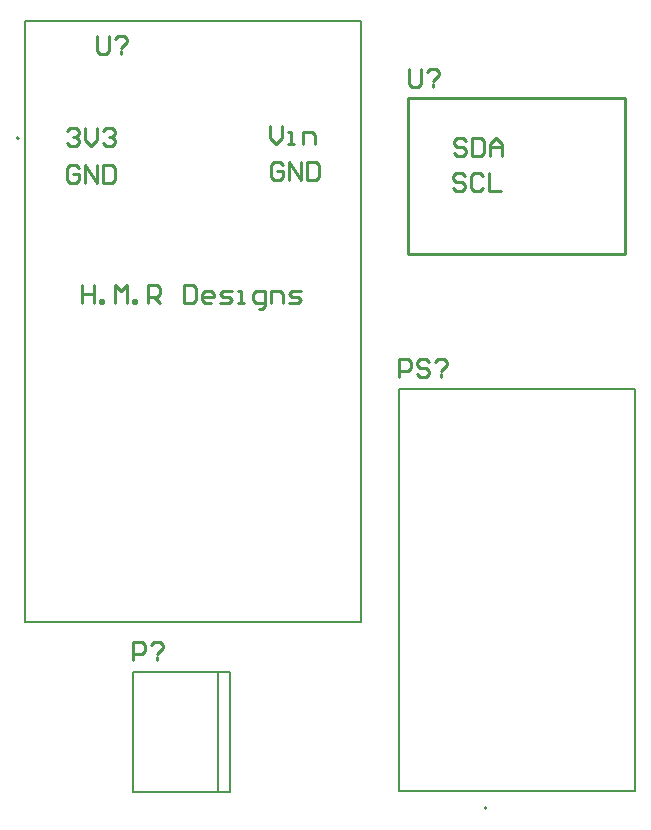
<source format=gbr>
%TF.GenerationSoftware,Altium Limited,Altium Designer,22.1.2 (22)*%
G04 Layer_Color=65535*
%FSLAX26Y26*%
%MOIN*%
%TF.SameCoordinates,3D441875-7E2E-40EE-9B33-20ED1D9A15A1*%
%TF.FilePolarity,Positive*%
%TF.FileFunction,Legend,Top*%
%TF.Part,Single*%
G01*
G75*
%TA.AperFunction,NonConductor*%
%ADD34C,0.007874*%
%ADD35C,0.005000*%
%ADD36C,0.010000*%
D34*
X1159291Y3405827D02*
G03*
X1159291Y3405827I-3937J0D01*
G01*
X2717638Y1173614D02*
G03*
X2717638Y1173614I-3937J0D01*
G01*
D35*
X2085669Y1792047D02*
X2300236D01*
X1389213D02*
X2085669D01*
X1177795D02*
X1389213D01*
X2300236D02*
Y3797953D01*
X1177795Y1792047D02*
Y3797953D01*
X1877795D02*
X2300236D01*
X1613583D02*
X1877795D01*
X1177795D02*
X1613583D01*
X1177795Y1792047D02*
Y3797953D01*
X2300236D01*
X1177795Y1792047D02*
X2300236D01*
Y3797953D01*
X3213701Y1230709D02*
Y2569291D01*
X2426299D02*
X3213701D01*
X2426299Y1230709D02*
Y2569291D01*
Y1230709D02*
X3213701D01*
X1538583Y1225000D02*
Y1625000D01*
X1822047D01*
X1861417D01*
Y1225000D02*
Y1625000D01*
X1822047Y1225000D02*
X1861417D01*
X1538583D02*
X1822047D01*
Y1625000D01*
D36*
X2455000Y3540000D02*
X3180000D01*
X2455000Y3020000D02*
Y3540000D01*
Y3020000D02*
X3180000D01*
Y3540000D01*
X1320000Y3429984D02*
X1329997Y3439981D01*
X1349990D01*
X1359987Y3429984D01*
Y3419987D01*
X1349990Y3409990D01*
X1339994D01*
X1349990D01*
X1359987Y3399994D01*
Y3389997D01*
X1349990Y3380000D01*
X1329997D01*
X1320000Y3389997D01*
X1379981Y3439981D02*
Y3399994D01*
X1399974Y3380000D01*
X1419968Y3399994D01*
Y3439981D01*
X1439961Y3429984D02*
X1449958Y3439981D01*
X1469951D01*
X1479948Y3429984D01*
Y3419987D01*
X1469951Y3409990D01*
X1459955D01*
X1469951D01*
X1479948Y3399994D01*
Y3389997D01*
X1469951Y3380000D01*
X1449958D01*
X1439961Y3389997D01*
X1370000Y2914974D02*
Y2854994D01*
Y2884984D01*
X1409987D01*
Y2914974D01*
Y2854994D01*
X1429981D02*
Y2864990D01*
X1439977D01*
Y2854994D01*
X1429981D01*
X1479964D02*
Y2914974D01*
X1499958Y2894981D01*
X1519951Y2914974D01*
Y2854994D01*
X1539945D02*
Y2864990D01*
X1549942D01*
Y2854994D01*
X1539945D01*
X1589929D02*
Y2914974D01*
X1619919D01*
X1629916Y2904977D01*
Y2884984D01*
X1619919Y2874987D01*
X1589929D01*
X1609922D02*
X1629916Y2854994D01*
X1709890Y2914974D02*
Y2854994D01*
X1739880D01*
X1749877Y2864990D01*
Y2904977D01*
X1739880Y2914974D01*
X1709890D01*
X1799861Y2854994D02*
X1779867D01*
X1769871Y2864990D01*
Y2884984D01*
X1779867Y2894981D01*
X1799861D01*
X1809858Y2884984D01*
Y2874987D01*
X1769871D01*
X1829851Y2854994D02*
X1859841D01*
X1869838Y2864990D01*
X1859841Y2874987D01*
X1839848D01*
X1829851Y2884984D01*
X1839848Y2894981D01*
X1869838D01*
X1889832Y2854994D02*
X1909825D01*
X1899829D01*
Y2894981D01*
X1889832D01*
X1959809Y2835000D02*
X1969806D01*
X1979803Y2844997D01*
Y2894981D01*
X1949812D01*
X1939816Y2884984D01*
Y2864990D01*
X1949812Y2854994D01*
X1979803D01*
X1999796D02*
Y2894981D01*
X2029786D01*
X2039783Y2884984D01*
Y2854994D01*
X2059777D02*
X2089767D01*
X2099764Y2864990D01*
X2089767Y2874987D01*
X2069774D01*
X2059777Y2884984D01*
X2069774Y2894981D01*
X2099764D01*
X2649987Y3394984D02*
X2639990Y3404981D01*
X2619997D01*
X2610000Y3394984D01*
Y3384987D01*
X2619997Y3374990D01*
X2639990D01*
X2649987Y3364994D01*
Y3354997D01*
X2639990Y3345000D01*
X2619997D01*
X2610000Y3354997D01*
X2669981Y3404981D02*
Y3345000D01*
X2699971D01*
X2709968Y3354997D01*
Y3394984D01*
X2699971Y3404981D01*
X2669981D01*
X2729961Y3345000D02*
Y3384987D01*
X2749955Y3404981D01*
X2769948Y3384987D01*
Y3345000D01*
Y3374990D01*
X2729961D01*
X2644987Y3279984D02*
X2634990Y3289981D01*
X2614997D01*
X2605000Y3279984D01*
Y3269987D01*
X2614997Y3259990D01*
X2634990D01*
X2644987Y3249994D01*
Y3239997D01*
X2634990Y3230000D01*
X2614997D01*
X2605000Y3239997D01*
X2704968Y3279984D02*
X2694971Y3289981D01*
X2674977D01*
X2664981Y3279984D01*
Y3239997D01*
X2674977Y3230000D01*
X2694971D01*
X2704968Y3239997D01*
X2724961Y3289981D02*
Y3230000D01*
X2764948D01*
X1995000Y3444981D02*
Y3404994D01*
X2014994Y3385000D01*
X2034987Y3404994D01*
Y3444981D01*
X2054981Y3385000D02*
X2074974D01*
X2064977D01*
Y3424987D01*
X2054981D01*
X2104964Y3385000D02*
Y3424987D01*
X2134955D01*
X2144952Y3414990D01*
Y3385000D01*
X2039987Y3314984D02*
X2029990Y3324981D01*
X2009997D01*
X2000000Y3314984D01*
Y3274997D01*
X2009997Y3265000D01*
X2029990D01*
X2039987Y3274997D01*
Y3294990D01*
X2019994D01*
X2059981Y3265000D02*
Y3324981D01*
X2099968Y3265000D01*
Y3324981D01*
X2119961D02*
Y3265000D01*
X2149952D01*
X2159948Y3274997D01*
Y3314984D01*
X2149952Y3324981D01*
X2119961D01*
X1359987Y3304984D02*
X1349990Y3314981D01*
X1329997D01*
X1320000Y3304984D01*
Y3264997D01*
X1329997Y3255000D01*
X1349990D01*
X1359987Y3264997D01*
Y3284990D01*
X1339994D01*
X1379981Y3255000D02*
Y3314981D01*
X1419968Y3255000D01*
Y3314981D01*
X1439961D02*
Y3255000D01*
X1469951D01*
X1479948Y3264997D01*
Y3304984D01*
X1469951Y3314981D01*
X1439961D01*
X2460000Y3634981D02*
Y3584997D01*
X2469997Y3575000D01*
X2489990D01*
X2499987Y3584997D01*
Y3634981D01*
X2519981Y3624984D02*
X2529977Y3634981D01*
X2549971D01*
X2559968Y3624984D01*
Y3614987D01*
X2539974Y3594994D01*
Y3584997D02*
Y3575000D01*
X1420016Y3744990D02*
Y3695006D01*
X1430013Y3685010D01*
X1450006D01*
X1460003Y3695006D01*
Y3744990D01*
X1479997Y3734994D02*
X1489994Y3744990D01*
X1509987D01*
X1519984Y3734994D01*
Y3724997D01*
X1499990Y3705003D01*
Y3695006D02*
Y3685010D01*
X2425000Y2610000D02*
Y2669981D01*
X2454990D01*
X2464987Y2659984D01*
Y2639990D01*
X2454990Y2629994D01*
X2425000D01*
X2524968Y2659984D02*
X2514971Y2669981D01*
X2494977D01*
X2484981Y2659984D01*
Y2649987D01*
X2494977Y2639990D01*
X2514971D01*
X2524968Y2629994D01*
Y2619997D01*
X2514971Y2610000D01*
X2494977D01*
X2484981Y2619997D01*
X2544961Y2659984D02*
X2554958Y2669981D01*
X2574952D01*
X2584948Y2659984D01*
Y2649987D01*
X2564955Y2629994D01*
Y2619997D02*
Y2610000D01*
X1538000Y1666000D02*
Y1725981D01*
X1567990D01*
X1577987Y1715984D01*
Y1695990D01*
X1567990Y1685994D01*
X1538000D01*
X1597981Y1715984D02*
X1607977Y1725981D01*
X1627971D01*
X1637968Y1715984D01*
Y1705987D01*
X1617974Y1685994D01*
Y1675997D02*
Y1666000D01*
%TF.MD5,13e7e7755c75154771b3f1a7dd96f3f0*%
M02*

</source>
